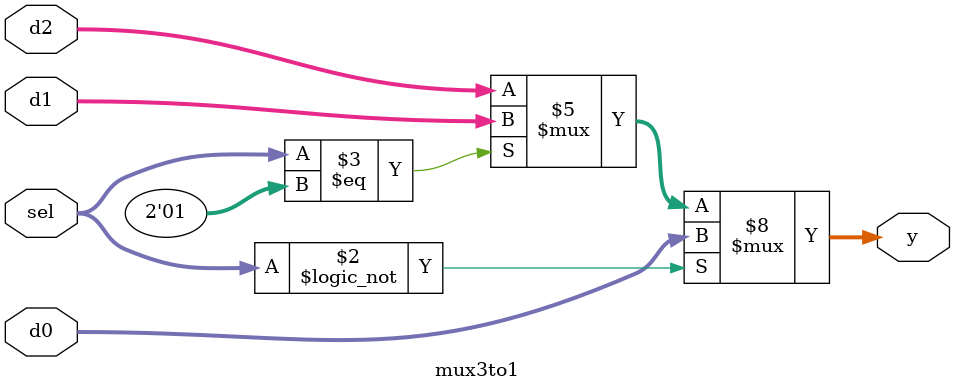
<source format=v>
`timescale 1 ns / 1 ps
module mux3to1(input [15:0] d0, d1, d2,
		input [1:0] sel,
		output reg [15:0] y);

always@(d0 or d1 or d2)
begin
	if(sel == 2'b00)
		y <= d0;
	else if(sel == 2'b01)
		y <= d1;
	else
		y <= d2;
end
endmodule
</source>
